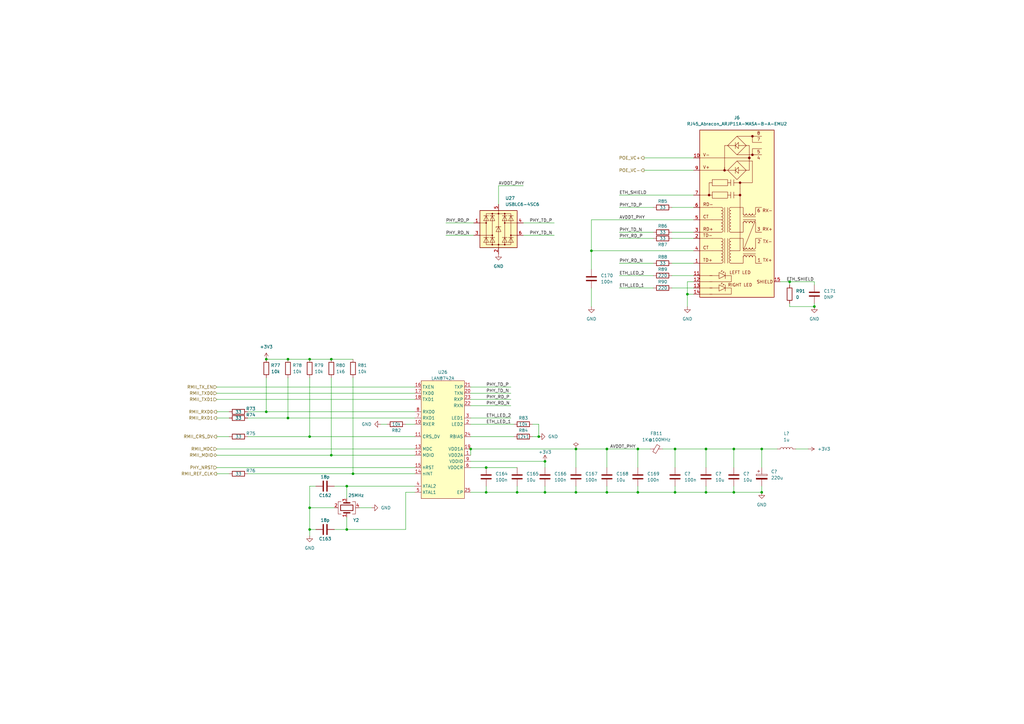
<source format=kicad_sch>
(kicad_sch (version 20211123) (generator eeschema)
  (paper "A3")
  (title_block (title "Kirdy") (date "2022-07-03") (rev "r0.1") (company "M-Labs") (comment 1 "Alex Wong Tat Hang"))
  (lib_symbols
    (symbol "Connector:RJ45_Abracon_ARJP11A-MASA-B-A-EMU2" (pin_names (offset 1.016) hide)
      (property "Reference" "J" (at 0 -38.1 0))
      (property "Value" "RJ45_Abracon_ARJP11A-MASA-B-A-EMU2" (at 0 -35.56 0))
      (symbol "RJ45_Abracon_ARJP11A-MASA-B-A-EMU2_0_0"
        (rectangle (start -15.24 -34.29) (end 15.24 34.29) (stroke (width 0.254)) (fill (type background)))
        (rectangle (start -3.81 8.89) (end -10.16 6.35))
        (polyline (pts (xy -15.24 -33.02) (xy -10.16 -33.02)))
        (polyline (pts (xy -15.24 -30.48) (xy -10.16 -30.48)))
        (polyline (pts (xy -15.24 -27.94) (xy -10.16 -27.94)))
        (polyline (pts (xy -15.24 -25.4) (xy -10.16 -25.4)))
        (polyline (pts (xy -15.24 -20.32) (xy -10.16 -20.32)))
        (polyline (pts (xy -15.24 -15.24) (xy -10.16 -15.24)))
        (polyline (pts (xy -15.24 -10.16) (xy -10.16 -10.16)))
        (polyline (pts (xy -15.24 -7.62) (xy -10.16 -7.62)))
        (polyline (pts (xy -15.24 -2.54) (xy -10.16 -2.54)))
        (polyline (pts (xy -15.24 2.54) (xy -10.16 2.54)))
        (polyline (pts (xy -15.24 22.86) (xy 5.08 22.86)))
        (polyline (pts (xy -11.43 7.62) (xy -15.24 7.62)))
        (polyline (pts (xy -11.176 -25.4) (xy -7.366 -25.4)))
        (polyline (pts (xy -10.16 7.62) (xy -11.43 7.62)))
        (polyline (pts (xy -5.08 17.78) (xy -15.24 17.78)))
        (polyline (pts (xy -5.08 17.78) (xy -3.81 17.78)))
        (polyline (pts (xy -5.08 19.05) (xy -5.08 17.78)))
        (polyline (pts (xy -3.81 7.62) (xy -2.54 7.62)))
        (polyline (pts (xy -3.81 12.7) (xy -2.54 12.7)))
        (polyline (pts (xy -2.54 8.89) (xy -2.54 6.35)))
        (polyline (pts (xy -1.27 8.89) (xy -1.27 6.35)))
        (polyline (pts (xy -1.27 13.97) (xy -1.27 11.43)))
        (polyline (pts (xy 0 21.59) (xy 6.35 21.59)))
        (polyline (pts (xy 0 24.13) (xy 10.16 24.13)))
        (polyline (pts (xy 0 31.75) (xy 10.16 31.75)))
        (polyline (pts (xy 1.27 10.16) (xy 1.27 12.7)))
        (polyline (pts (xy -10.16 12.7) (xy -11.43 12.7) (xy -11.43 7.62)))
        (polyline (pts (xy -3.81 27.94) (xy -5.08 27.94) (xy -5.08 17.78)))
        (polyline (pts (xy -1.27 12.7) (xy 0 12.7) (xy 1.27 12.7)))
        (polyline (pts (xy 1.27 12.7) (xy 6.35 12.7) (xy 6.35 21.59)))
        (polyline (pts (xy 6.35 24.13) (xy 6.35 26.67) (xy 10.16 26.67)))
        (polyline (pts (xy 6.35 31.75) (xy 6.35 29.21) (xy 10.16 29.21)))
        (polyline (pts (xy -4.826 -25.4) (xy -2.286 -25.4) (xy -2.286 -27.94) (xy -11.176 -27.94)))
        (polyline (pts (xy -2.54 -15.24) (xy -1.27 -15.24) (xy 1.27 -15.24) (xy 1.27 10.16)))
        (polyline (pts (xy 3.81 17.78) (xy 5.08 17.78) (xy 5.08 27.94) (xy 3.81 27.94)))
        (polyline (pts (xy -3.81 17.78) (xy 0 13.97) (xy 3.81 17.78) (xy 0 21.59) (xy -3.81 17.78)))
        (circle (center 1.27 7.62) (radius 0.0001) (stroke (width 0.508)))
        (text "1 TX+" (at 11.43 -19.05 0) (effects (font (size 1.27 1.27))))
        (text "2 TX-" (at 11.43 -11.43 0) (effects (font (size 1.27 1.27))))
        (text "3 RX+" (at 11.43 -6.35 0) (effects (font (size 1.27 1.27))))
        (text "4" (at 8.89 22.86 0) (effects (font (size 1.27 1.27))))
        (text "5" (at 8.89 25.4 0) (effects (font (size 1.27 1.27))))
        (text "6 RX-" (at 11.43 1.27 0) (effects (font (size 1.27 1.27))))
        (text "7" (at 8.89 30.48 0) (effects (font (size 1.27 1.27))))
        (text "8" (at 8.89 33.02 0) (effects (font (size 1.27 1.27))))
        (text "CT" (at -13.97 -1.27 0) (effects (font (size 1.27 1.27)) (justify left)))
        (text "LEFT LED" (at 1.27 -24.13 0) (effects (font (size 1.27 1.27))))
        (text "RD-" (at -13.97 3.81 0) (effects (font (size 1.27 1.27)) (justify left)))
        (text "SHIELD" (at 11.43 -27.94 0) (effects (font (size 1.27 1.27))))
        (text "V+" (at -13.97 19.05 0) (effects (font (size 1.27 1.27)) (justify left)))
        (text "V-" (at -13.97 24.13 0) (effects (font (size 1.27 1.27)) (justify left)))
      )
      (symbol "RJ45_Abracon_ARJP11A-MASA-B-A-EMU2_0_1"
        (arc (start -6.35 -16.51) (mid -5.715 -15.875) (end -6.35 -15.24))
        (arc (start -6.35 -15.24) (mid -5.715 -14.605) (end -6.35 -13.97))
        (arc (start -6.35 -13.97) (mid -6.35 -16.51) (end -6.35 -13.97))
        (arc (start -6.35 -11.43) (mid -5.715 -10.795) (end -6.35 -10.16))
        (polyline (pts (xy -6.35 -20.32) (xy -10.16 -20.32)))
        (polyline (pts (xy -6.35 -15.24) (xy -10.16 -15.24)))
        (polyline (pts (xy -6.35 -10.16) (xy -10.16 -10.16)))
        (polyline (pts (xy -6.35 -7.62) (xy -10.16 -7.62)))
        (polyline (pts (xy -6.35 -2.54) (xy -10.16 -2.54)))
        (polyline (pts (xy -6.35 2.54) (xy -10.16 2.54)))
        (polyline (pts (xy -6.096 -28.448) (xy -6.35 -28.448)))
        (polyline (pts (xy -5.334 -28.956) (xy -5.588 -28.956)))
        (polyline (pts (xy -4.826 -24.13) (xy -4.826 -26.67)))
        (polyline (pts (xy -1.27 7.62) (xy 1.27 7.62)))
        (polyline (pts (xy -0.635 17.78) (xy -3.81 17.78)))
        (polyline (pts (xy -0.635 19.05) (xy -0.635 16.51)))
        (polyline (pts (xy 0.635 17.78) (xy 3.81 17.78)))
        (polyline (pts (xy -6.604 -28.956) (xy -6.096 -28.448) (xy -6.096 -28.702)))
        (polyline (pts (xy -5.842 -29.464) (xy -5.334 -28.956) (xy -5.334 -29.21)))
        (polyline (pts (xy -7.366 -24.13) (xy -7.366 -26.67) (xy -4.826 -25.4) (xy -7.366 -24.13)))
        (polyline (pts (xy 0.635 19.05) (xy 0.635 16.51) (xy -0.635 17.78) (xy 0.635 19.05)))
      )
      (symbol "RJ45_Abracon_ARJP11A-MASA-B-A-EMU2_1_1"
        (circle (center -11.43 7.62) (radius 0.0001) (stroke (width 0.508)))
        (arc (start -6.35 -20.32) (mid -5.715 -19.685) (end -6.35 -19.05))
        (arc (start -6.35 -19.05) (mid -5.715 -18.415) (end -6.35 -17.78))
        (arc (start -6.35 -17.78) (mid -6.35 -20.32) (end -6.35 -17.78))
        (arc (start -6.35 -17.78) (mid -5.715 -17.145) (end -6.35 -16.51))
        (arc (start -6.35 -13.97) (mid -5.715 -13.335) (end -6.35 -12.7))
        (arc (start -6.35 -12.7) (mid -5.715 -12.065) (end -6.35 -11.43))
        (arc (start -6.35 -7.62) (mid -5.715 -6.985) (end -6.35 -6.35))
        (arc (start -6.35 -6.35) (mid -5.715 -5.715) (end -6.35 -5.08))
        (arc (start -6.35 -5.08) (mid -6.35 -7.62) (end -6.35 -5.08))
        (arc (start -6.35 -5.08) (mid -5.715 -4.445) (end -6.35 -3.81))
        (arc (start -6.35 -3.81) (mid -6.35 -6.35) (end -6.35 -3.81))
        (arc (start -6.35 -3.81) (mid -5.715 -3.175) (end -6.35 -2.54))
        (arc (start -6.35 -2.54) (mid -5.715 -1.905) (end -6.35 -1.27))
        (arc (start -6.35 -1.27) (mid -5.715 -0.635) (end -6.35 0))
        (arc (start -6.35 0) (mid -5.715 0.635) (end -6.35 1.27))
        (arc (start -6.35 1.27) (mid -6.35 -1.27) (end -6.35 1.27))
        (arc (start -6.35 1.27) (mid -5.715 1.905) (end -6.35 2.54))
        (circle (center -5.08 17.78) (radius 0.0001) (stroke (width 0.508)))
        (rectangle (start -3.81 13.97) (end -10.16 11.43))
        (arc (start -2.54 -19.05) (mid -3.175 -19.685) (end -2.54 -20.32))
        (arc (start -2.54 -19.05) (mid -2.54 -16.51) (end -2.54 -19.05))
        (arc (start -2.54 -17.78) (mid -3.175 -18.415) (end -2.54 -19.05))
        (arc (start -2.54 -16.51) (mid -3.175 -17.145) (end -2.54 -17.78))
        (arc (start -2.54 -15.24) (mid -3.175 -15.875) (end -2.54 -16.51))
        (arc (start -2.54 -15.24) (mid -2.54 -12.7) (end -2.54 -15.24))
        (arc (start -2.54 -13.97) (mid -3.175 -14.605) (end -2.54 -15.24))
        (arc (start -2.54 -12.7) (mid -3.175 -13.335) (end -2.54 -13.97))
        (arc (start -2.54 -11.43) (mid -3.175 -12.065) (end -2.54 -12.7))
        (arc (start -2.54 -10.16) (mid -3.175 -10.795) (end -2.54 -11.43))
        (arc (start -2.54 -6.35) (mid -3.175 -6.985) (end -2.54 -7.62))
        (arc (start -2.54 -6.35) (mid -2.54 -3.81) (end -2.54 -6.35))
        (arc (start -2.54 -5.08) (mid -3.175 -5.715) (end -2.54 -6.35))
        (arc (start -2.54 -3.81) (mid -3.175 -4.445) (end -2.54 -5.08))
        (arc (start -2.54 -3.81) (mid -2.54 -1.27) (end -2.54 -3.81))
        (arc (start -2.54 -2.54) (mid -3.175 -3.175) (end -2.54 -3.81))
        (arc (start -2.54 -1.27) (mid -3.175 -1.905) (end -2.54 -2.54))
        (arc (start -2.54 0) (mid -3.175 -0.635) (end -2.54 -1.27))
        (arc (start -2.54 0) (mid -2.54 2.54) (end -2.54 0))
        (arc (start -2.54 1.27) (mid -3.175 0.635) (end -2.54 0))
        (arc (start -2.54 2.54) (mid -3.175 1.905) (end -2.54 1.27))
        (polyline (pts (xy -11.176 -30.48) (xy -7.366 -30.48)))
        (polyline (pts (xy -6.096 -23.368) (xy -6.35 -23.368)))
        (polyline (pts (xy -5.334 -23.876) (xy -5.588 -23.876)))
        (polyline (pts (xy -5.08 -10.16) (xy -5.08 -20.32)))
        (polyline (pts (xy -5.08 2.54) (xy -5.08 -7.62)))
        (polyline (pts (xy -4.826 -29.21) (xy -4.826 -31.75)))
        (polyline (pts (xy -3.81 -20.32) (xy -3.81 -10.16)))
        (polyline (pts (xy -3.81 -7.62) (xy -3.81 2.54)))
        (polyline (pts (xy -2.54 13.97) (xy -2.54 11.43)))
        (polyline (pts (xy -0.635 27.94) (xy -3.81 27.94)))
        (polyline (pts (xy -0.635 29.21) (xy -0.635 26.67)))
        (polyline (pts (xy 0.635 27.94) (xy 3.81 27.94)))
        (polyline (pts (xy 2.54 -16.51) (xy 7.62 -16.51)))
        (polyline (pts (xy 2.54 -15.24) (xy 7.62 -2.54)))
        (polyline (pts (xy 2.54 -2.54) (xy 7.62 -2.54)))
        (polyline (pts (xy 7.62 -15.24) (xy 2.54 -15.24)))
        (polyline (pts (xy 7.62 -1.27) (xy 2.54 -1.27)))
        (polyline (pts (xy -6.604 -23.876) (xy -6.096 -23.368) (xy -6.096 -23.622)))
        (polyline (pts (xy -5.842 -24.384) (xy -5.334 -23.876) (xy -5.334 -24.13)))
        (polyline (pts (xy -2.54 -10.16) (xy 2.54 -10.16) (xy 2.54 -13.97)))
        (polyline (pts (xy -2.54 -7.62) (xy 2.54 -7.62) (xy 2.54 -3.81)))
        (polyline (pts (xy -2.54 2.54) (xy 2.54 2.54) (xy 2.54 0)))
        (polyline (pts (xy 2.54 -17.78) (xy 2.54 -20.32) (xy -2.54 -20.32)))
        (polyline (pts (xy 7.62 -17.78) (xy 7.62 -20.32) (xy 10.16 -20.32)))
        (polyline (pts (xy 7.62 -13.97) (xy 7.62 -10.16) (xy 10.16 -10.16)))
        (polyline (pts (xy 7.62 -3.81) (xy 7.62 -7.62) (xy 10.16 -7.62)))
        (polyline (pts (xy 7.62 0) (xy 7.62 2.54) (xy 10.16 2.54)))
        (polyline (pts (xy -7.366 -29.21) (xy -7.366 -31.75) (xy -4.826 -30.48) (xy -7.366 -29.21)))
        (polyline (pts (xy -4.826 -30.48) (xy -2.286 -30.48) (xy -2.286 -33.02) (xy -11.176 -33.02)))
        (polyline (pts (xy 0.635 29.21) (xy 0.635 26.67) (xy -0.635 27.94) (xy 0.635 29.21)))
        (polyline (pts (xy -3.81 27.94) (xy 0 24.13) (xy 3.81 27.94) (xy 0 31.75) (xy -3.81 27.94)))
        (circle (center 1.27 12.7) (radius 0.0001) (stroke (width 0.508)))
        (arc (start 2.54 -17.78) (mid 5.08 -17.78) (end 2.54 -17.78))
        (arc (start 2.54 -13.97) (mid 3.175 -14.605) (end 3.81 -13.97))
        (arc (start 2.54 -13.97) (mid 3.175 -14.605) (end 3.81 -13.97))
        (arc (start 2.54 -3.81) (mid 5.08 -3.81) (end 2.54 -3.81))
        (arc (start 2.54 0) (mid 3.175 -0.635) (end 3.81 0))
        (arc (start 2.54 0) (mid 3.175 -0.635) (end 3.81 0))
        (arc (start 3.81 -17.78) (mid 3.175 -17.145) (end 2.54 -17.78))
        (arc (start 3.81 -17.78) (mid 3.175 -17.145) (end 2.54 -17.78))
        (arc (start 3.81 -13.97) (mid 1.27 -13.97) (end 3.81 -13.97))
        (arc (start 3.81 -13.97) (mid 4.445 -14.605) (end 5.08 -13.97))
        (arc (start 3.81 -3.81) (mid 3.175 -3.175) (end 2.54 -3.81))
        (arc (start 3.81 -3.81) (mid 3.175 -3.175) (end 2.54 -3.81))
        (arc (start 3.81 0) (mid 1.27 0) (end 3.81 0))
        (arc (start 3.81 0) (mid 4.445 -0.635) (end 5.08 0))
        (arc (start 5.08 -17.78) (mid 4.445 -17.145) (end 3.81 -17.78))
        (arc (start 5.08 -17.78) (mid 7.62 -17.78) (end 5.08 -17.78))
        (arc (start 5.08 -13.97) (mid 5.715 -14.605) (end 6.35 -13.97))
        (arc (start 5.08 -13.97) (mid 5.715 -14.605) (end 6.35 -13.97))
        (arc (start 5.08 -3.81) (mid 4.445 -3.175) (end 3.81 -3.81))
        (arc (start 5.08 -3.81) (mid 7.62 -3.81) (end 5.08 -3.81))
        (arc (start 5.08 0) (mid 5.715 -0.635) (end 6.35 0))
        (arc (start 5.08 0) (mid 5.715 -0.635) (end 6.35 0))
        (circle (center 5.08 22.86) (radius 0.0001) (stroke (width 0.508)))
        (circle (center 5.08 22.86) (radius 0.0001) (stroke (width 0.508)))
        (arc (start 6.35 -17.78) (mid 5.715 -17.145) (end 5.08 -17.78))
        (arc (start 6.35 -17.78) (mid 5.715 -17.145) (end 5.08 -17.78))
        (arc (start 6.35 -13.97) (mid 3.81 -13.97) (end 6.35 -13.97))
        (arc (start 6.35 -13.97) (mid 6.985 -14.605) (end 7.62 -13.97))
        (arc (start 6.35 -3.81) (mid 5.715 -3.175) (end 5.08 -3.81))
        (arc (start 6.35 -3.81) (mid 5.715 -3.175) (end 5.08 -3.81))
        (arc (start 6.35 0) (mid 3.81 0) (end 6.35 0))
        (arc (start 6.35 0) (mid 6.985 -0.635) (end 7.62 0))
        (circle (center 6.35 24.13) (radius 0.0001) (stroke (width 0.508)))
        (circle (center 6.35 31.75) (radius 0.0001) (stroke (width 0.508)))
        (arc (start 7.62 -17.78) (mid 6.985 -17.145) (end 6.35 -17.78))
        (arc (start 7.62 -3.81) (mid 6.985 -3.175) (end 6.35 -3.81))
        (text "CT" (at -13.97 -13.97 0) (effects (font (size 1.27 1.27)) (justify left)))
        (text "RD+" (at -13.97 -6.35 0) (effects (font (size 1.27 1.27)) (justify left)))
        (text "RIGHT LED" (at 1.27 -29.21 0) (effects (font (size 1.27 1.27))))
        (text "TD+" (at -13.97 -19.05 0) (effects (font (size 1.27 1.27)) (justify left)))
        (text "TD-" (at -13.97 -8.89 0) (effects (font (size 1.27 1.27)) (justify left)))
        (pin passive line (at -17.78 -20.32 0) (length 2.54) (name "TD+") (number "1"))
        (pin power_out line (at -17.78 22.86 0) (length 2.54) (name "V-") (number "10"))
        (pin passive line (at -17.78 -25.4 0) (length 2.54) (name "LLED+") (number "11"))
        (pin passive line (at -17.78 -27.94 0) (length 2.54) (name "LLED-") (number "12"))
        (pin passive line (at -17.78 -30.48 0) (length 2.54) (name "RLED+") (number "13"))
        (pin passive line (at -17.78 -33.02 0) (length 2.54) (name "RLED-") (number "14"))
        (pin passive line (at 17.78 -27.94 180) (length 2.54) (name "SHIELD") (number "15"))
        (pin passive line (at -17.78 -10.16 0) (length 2.54) (name "TD-") (number "2"))
        (pin passive line (at -17.78 -7.62 0) (length 2.54) (name "RD+") (number "3"))
        (pin passive line (at -17.78 -15.24 0) (length 2.54) (name "CT") (number "4"))
        (pin passive line (at -17.78 -2.54 0) (length 2.54) (name "CT") (number "5"))
        (pin passive line (at -17.78 2.54 0) (length 2.54) (name "RD-") (number "6"))
        (pin passive line (at -17.78 7.62 0) (length 2.54) (name "7") (number "7"))
        (pin power_out line (at -17.78 17.78 0) (length 2.54) (name "V+") (number "9"))
      )
    )
    (symbol "Device:C" (pin_numbers hide) (pin_names (offset 0.254))
      (property "Reference" "C" (at 0.635 2.54 0))
      (property "Value" "C" (at 0.635 -2.54 0))
      (symbol "C_0_1"
        (polyline (pts (xy -2.032 -0.762) (xy 2.032 -0.762)) (stroke (width 0.508)))
        (polyline (pts (xy -2.032 0.762) (xy 2.032 0.762)) (stroke (width 0.508)))
      )
      (symbol "C_1_1"
        (pin passive line (at 0 3.81 270) (length 2.794) (name "~") (number "1"))
        (pin passive line (at 0 -3.81 90) (length 2.794) (name "~") (number "2"))
      )
    )
    (symbol "Device:C_Polarized" (pin_numbers hide) (pin_names (offset 0.254))
      (property "Reference" "C" (at 0.635 2.54 0))
      (property "Value" "C_Polarized" (at 0.635 -2.54 0))
      (symbol "C_Polarized_0_1"
        (rectangle (start -2.286 0.508) (end 2.286 1.016))
        (polyline (pts (xy -1.778 2.286) (xy -0.762 2.286)))
        (polyline (pts (xy -1.27 2.794) (xy -1.27 1.778)))
        (rectangle (start 2.286 -0.508) (end -2.286 -1.016) (fill (type outline)))
      )
      (symbol "C_Polarized_1_1"
        (pin passive line (at 0 3.81 270) (length 2.794) (name "~") (number "1"))
        (pin passive line (at 0 -3.81 90) (length 2.794) (name "~") (number "2"))
      )
    )
    (symbol "Device:Crystal_GND24" (pin_names (offset 1.016) hide)
      (property "Reference" "Y" (at 3.175 5.08 0))
      (property "Value" "Crystal_GND24" (at 3.175 3.175 0))
      (symbol "Crystal_GND24_0_1"
        (rectangle (start -1.143 2.54) (end 1.143 -2.54) (stroke (width 0.3048)))
        (polyline (pts (xy -2.54 0) (xy -2.032 0)))
        (polyline (pts (xy -2.032 -1.27) (xy -2.032 1.27)) (stroke (width 0.508)))
        (polyline (pts (xy 0 -3.81) (xy 0 -3.556)))
        (polyline (pts (xy 0 3.556) (xy 0 3.81)))
        (polyline (pts (xy 2.032 -1.27) (xy 2.032 1.27)) (stroke (width 0.508)))
        (polyline (pts (xy 2.032 0) (xy 2.54 0)))
        (polyline (pts (xy -2.54 -2.286) (xy -2.54 -3.556) (xy 2.54 -3.556) (xy 2.54 -2.286)))
        (polyline (pts (xy -2.54 2.286) (xy -2.54 3.556) (xy 2.54 3.556) (xy 2.54 2.286)))
      )
      (symbol "Crystal_GND24_1_1"
        (pin passive line (at -3.81 0 0) (length 1.27) (name "1") (number "1"))
        (pin passive line (at 0 5.08 270) (length 1.27) (name "2") (number "2"))
        (pin passive line (at 3.81 0 180) (length 1.27) (name "3") (number "3"))
        (pin passive line (at 0 -5.08 90) (length 1.27) (name "4") (number "4"))
      )
    )
    (symbol "Device:FerriteBead_Small" (pin_numbers hide) (pin_names (offset 0))
      (property "Reference" "FB" (at 1.905 1.27 0))
      (property "Value" "FerriteBead_Small" (at 1.905 -1.27 0))
      (symbol "FerriteBead_Small_0_1"
        (polyline (pts (xy 0 -1.27) (xy 0 -0.7874)))
        (polyline (pts (xy 0 0.889) (xy 0 1.2954)))
        (polyline (pts (xy -1.8288 0.2794) (xy -1.1176 1.4986) (xy 1.8288 -0.2032) (xy 1.1176 -1.4224) (xy -1.8288 0.2794)))
      )
      (symbol "FerriteBead_Small_1_1"
        (pin passive line (at 0 2.54 270) (length 1.27) (name "~") (number "1"))
        (pin passive line (at 0 -2.54 90) (length 1.27) (name "~") (number "2"))
      )
    )
    (symbol "Device:L" (pin_numbers hide) (pin_names (offset 1.016) hide)
      (property "Reference" "L" (at -1.27 0 90))
      (property "Value" "L" (at 1.905 0 90))
      (symbol "L_0_1"
        (arc (start 0 -2.54) (mid 0.635 -1.905) (end 0 -1.27))
        (arc (start 0 -1.27) (mid 0.635 -0.635) (end 0 0))
        (arc (start 0 0) (mid 0.635 0.635) (end 0 1.27))
        (arc (start 0 1.27) (mid 0.635 1.905) (end 0 2.54))
      )
      (symbol "L_1_1"
        (pin passive line (at 0 3.81 270) (length 1.27) (name "1") (number "1"))
        (pin passive line (at 0 -3.81 90) (length 1.27) (name "2") (number "2"))
      )
    )
    (symbol "Device:R" (pin_numbers hide) (pin_names (offset 0))
      (property "Reference" "R" (at 2.032 0 90))
      (property "Value" "R" (at 0 0 90))
      (symbol "R_0_1"
        (rectangle (start -1.016 -2.54) (end 1.016 2.54) (stroke (width 0.254)))
      )
      (symbol "R_1_1"
        (pin passive line (at 0 3.81 270) (length 1.27) (name "~") (number "1"))
        (pin passive line (at 0 -3.81 90) (length 1.27) (name "~") (number "2"))
      )
    )
    (symbol "Power_Protection:USBLC6-4SC6" (pin_names hide)
      (property "Reference" "U" (at 2.54 8.89 0))
      (property "Value" "USBLC6-4SC6" (at 2.54 -8.89 0))
      (symbol "USBLC6-4SC6_0_1"
        (rectangle (start -7.62 -7.62) (end 7.62 7.62) (stroke (width 0.254)) (fill (type background)))
        (circle (center -5.08 2.54) (radius 0.254) (fill (type outline)))
        (circle (center -2.54 -6.35) (radius 0.254) (fill (type outline)))
        (circle (center -2.54 -2.54) (radius 0.254) (fill (type outline)))
        (circle (center -2.54 6.35) (radius 0.254) (fill (type outline)))
        (rectangle (start -2.54 6.35) (end 2.54 -6.35))
        (circle (center 0 -6.35) (radius 0.254) (fill (type outline)))
        (polyline (pts (xy -5.08 2.54) (xy -7.62 2.54)))
        (polyline (pts (xy -4.064 -3.429) (xy -6.096 -3.429)))
        (polyline (pts (xy -4.064 5.461) (xy -6.096 5.461)))
        (polyline (pts (xy -2.54 -2.54) (xy -7.62 -2.54)))
        (polyline (pts (xy -1.524 -3.429) (xy -3.556 -3.429)))
        (polyline (pts (xy -1.524 5.461) (xy -3.556 5.461)))
        (polyline (pts (xy 0 -7.62) (xy 0 -6.35)))
        (polyline (pts (xy 0 -6.35) (xy 0 1.27)))
        (polyline (pts (xy 0 1.27) (xy 0 6.35)))
        (polyline (pts (xy 0 6.35) (xy 0 7.62)))
        (polyline (pts (xy 1.524 -3.429) (xy 3.556 -3.429)))
        (polyline (pts (xy 1.524 5.461) (xy 3.556 5.461)))
        (polyline (pts (xy 2.54 2.54) (xy 7.62 2.54)))
        (polyline (pts (xy 4.064 -3.429) (xy 6.096 -3.429)))
        (polyline (pts (xy 4.064 5.461) (xy 6.096 5.461)))
        (polyline (pts (xy 5.08 -2.54) (xy 7.62 -2.54)))
        (polyline (pts (xy -6.096 -5.461) (xy -4.064 -5.461) (xy -5.08 -3.429) (xy -6.096 -5.461)))
        (polyline (pts (xy -6.096 3.429) (xy -4.064 3.429) (xy -5.08 5.461) (xy -6.096 3.429)))
        (polyline (pts (xy -3.556 -5.461) (xy -1.524 -5.461) (xy -2.54 -3.429) (xy -3.556 -5.461)))
        (polyline (pts (xy -3.556 3.429) (xy -1.524 3.429) (xy -2.54 5.461) (xy -3.556 3.429)))
        (polyline (pts (xy -2.54 6.35) (xy -5.08 6.35) (xy -5.08 -6.35) (xy -2.54 -6.35)))
        (polyline (pts (xy -1.016 -1.016) (xy 1.016 -1.016) (xy 0 1.016) (xy -1.016 -1.016)))
        (polyline (pts (xy 1.016 1.016) (xy 0.762 1.016) (xy -1.016 1.016) (xy -1.016 0.508)))
        (polyline (pts (xy 2.54 6.35) (xy 5.08 6.35) (xy 5.08 -6.35) (xy 2.54 -6.35)))
        (polyline (pts (xy 3.556 -5.461) (xy 1.524 -5.461) (xy 2.54 -3.429) (xy 3.556 -5.461)))
        (polyline (pts (xy 3.556 3.429) (xy 1.524 3.429) (xy 2.54 5.461) (xy 3.556 3.429)))
        (polyline (pts (xy 6.096 -5.461) (xy 4.064 -5.461) (xy 5.08 -3.429) (xy 6.096 -5.461)))
        (polyline (pts (xy 6.096 3.429) (xy 4.064 3.429) (xy 5.08 5.461) (xy 6.096 3.429)))
        (circle (center 0 6.35) (radius 0.254) (fill (type outline)))
        (circle (center 2.54 -6.35) (radius 0.254) (fill (type outline)))
        (circle (center 2.54 2.54) (radius 0.254) (fill (type outline)))
        (circle (center 2.54 6.35) (radius 0.254) (fill (type outline)))
        (circle (center 5.08 -2.54) (radius 0.254) (fill (type outline)))
      )
      (symbol "USBLC6-4SC6_1_1"
        (pin passive line (at -10.16 2.54 0) (length 2.54) (name "I/O1") (number "1"))
        (pin passive line (at 0 -10.16 90) (length 2.54) (name "GND") (number "2"))
        (pin passive line (at -10.16 -2.54 0) (length 2.54) (name "I/O2") (number "3"))
        (pin passive line (at 10.16 2.54 180) (length 2.54) (name "I/O3") (number "4"))
        (pin passive line (at 0 10.16 270) (length 2.54) (name "VBUS") (number "5"))
        (pin passive line (at 10.16 -2.54 180) (length 2.54) (name "I/O4") (number "6"))
      )
    )
    (symbol "kirdy:LAN8742A"
      (property "Reference" "U" (at 0 -30.48 0))
      (property "Value" "LAN8742A" (at 0 -27.94 0))
      (symbol "LAN8742A_0_0"
        (pin power_in line (at 10.16 -7.62 180) (length 2.54) (name "VDD2A") (number "1"))
        (pin bidirectional line (at -12.7 5.08 0) (length 2.54) (name "RXER") (number "10"))
        (pin output line (at -12.7 0 0) (length 2.54) (name "CRS_DV") (number "11"))
        (pin bidirectional line (at -12.7 -7.62 0) (length 2.54) (name "MDIO") (number "12"))
        (pin input line (at -12.7 -5.08 0) (length 2.54) (name "MDC") (number "13"))
        (pin output line (at -12.7 -15.24 0) (length 2.54) (name "nINT") (number "14"))
        (pin input line (at -12.7 -12.7 0) (length 2.54) (name "nRST") (number "15"))
        (pin input line (at -12.7 20.32 0) (length 2.54) (name "TXEN") (number "16"))
        (pin input line (at -12.7 17.78 0) (length 2.54) (name "TXD0") (number "17"))
        (pin input line (at -12.7 15.24 0) (length 2.54) (name "TXD1") (number "18"))
        (pin power_in line (at 10.16 -5.08 180) (length 2.54) (name "VDD1A") (number "19"))
        (pin output line (at 10.16 5.08 180) (length 2.54) (name "LED2") (number "2"))
        (pin bidirectional line (at 10.16 17.78 180) (length 2.54) (name "TXN") (number "20"))
        (pin bidirectional line (at 10.16 20.32 180) (length 2.54) (name "TXP") (number "21"))
        (pin bidirectional line (at 10.16 12.7 180) (length 2.54) (name "RXN") (number "22"))
        (pin bidirectional line (at 10.16 15.24 180) (length 2.54) (name "RXP") (number "23"))
        (pin passive line (at 10.16 0 180) (length 2.54) (name "RBIAS") (number "24"))
        (pin power_in line (at 10.16 -22.86 180) (length 2.54) (name "EP") (number "25"))
        (pin output line (at 10.16 7.62 180) (length 2.54) (name "LED1") (number "3"))
        (pin input line (at -12.7 -20.32 0) (length 2.54) (name "XTAL2") (number "4"))
        (pin input line (at -12.7 -22.86 0) (length 2.54) (name "XTAL1") (number "5"))
        (pin passive line (at 10.16 -12.7 180) (length 2.54) (name "VDDCR") (number "6"))
        (pin output line (at -12.7 7.62 0) (length 2.54) (name "RXD1") (number "7"))
        (pin output line (at -12.7 10.16 0) (length 2.54) (name "RXD0") (number "8"))
        (pin power_in line (at 10.16 -10.16 180) (length 2.54) (name "VDDIO") (number "9"))
      )
      (symbol "LAN8742A_0_1"
        (rectangle (start -10.16 22.86) (end 7.62 -25.4) (fill (type background)))
      )
    )
    (symbol "power:+3V3" (power) (pin_names (offset 0))
      (property "Value" "+3V3" (at 0 3.556 0))
      (symbol "+3V3_0_1"
        (polyline (pts (xy -0.762 1.27) (xy 0 2.54)))
        (polyline (pts (xy 0 0) (xy 0 2.54)))
        (polyline (pts (xy 0 2.54) (xy 0.762 1.27)))
      )
      (symbol "+3V3_1_1"
        (pin power_in line (at 0 0 90) (length 0) hide (name "+3V3") (number "1"))
      )
    )
    (symbol "power:GND" (power) (pin_names (offset 0))
      (property "Value" "GND" (at 0 -3.81 0))
      (symbol "GND_0_1"
        (polyline (pts (xy 0 0) (xy 0 -1.27) (xy 1.27 -1.27) (xy 0 -2.54) (xy -1.27 -1.27) (xy 0 -1.27)))
      )
      (symbol "GND_1_1"
        (pin power_in line (at 0 0 270) (length 0) hide (name "GND") (number "1"))
      )
    )
    (symbol "power:PWR_FLAG" (power) (pin_numbers hide) (pin_names (offset 0) hide)
      (property "Value" "PWR_FLAG" (at 0 3.81 0))
      (symbol "PWR_FLAG_0_0"
        (pin power_out line (at 0 0 90) (length 0) (name "pwr") (number "1"))
      )
      (symbol "PWR_FLAG_0_1"
        (polyline (pts (xy 0 0) (xy 0 1.27) (xy -1.016 1.905) (xy 0 2.54) (xy 1.016 1.905) (xy 0 1.27)))
      )
    )
  )
  (junction (at 312.42 184.15))
  (junction (at 223.52 201.93))
  (junction (at 127 217.17))
  (junction (at 334.01 125.73))
  (junction (at 109.22 168.91))
  (junction (at 281.94 120.65))
  (junction (at 300.99 201.93))
  (junction (at 135.89 147.32))
  (junction (at 300.99 184.15))
  (junction (at 236.22 184.15))
  (junction (at 135.89 186.69))
  (junction (at 212.09 201.93))
  (junction (at 248.92 184.15))
  (junction (at 127 147.32))
  (junction (at 109.22 147.32))
  (junction (at 289.56 184.15))
  (junction (at 118.11 171.45))
  (junction (at 144.78 194.31))
  (junction (at 242.57 102.87))
  (junction (at 323.85 115.57))
  (junction (at 312.42 201.93))
  (junction (at 220.98 179.07))
  (junction (at 236.22 201.93))
  (junction (at 276.86 201.93))
  (junction (at 199.39 201.93))
  (junction (at 127 208.28))
  (junction (at 261.62 201.93))
  (junction (at 142.24 217.17))
  (junction (at 199.39 191.77))
  (junction (at 276.86 184.15))
  (junction (at 127 179.07))
  (junction (at 261.62 184.15))
  (junction (at 248.92 201.93))
  (junction (at 223.52 189.23))
  (junction (at 118.11 147.32))
  (junction (at 142.24 199.39))
  (junction (at 193.04 184.15))
  (junction (at 289.56 201.93))
  (wire (pts (xy 127 147.32) (xy 135.89 147.32)))
  (wire (pts (xy 289.56 184.15) (xy 300.99 184.15)))
  (wire (pts (xy 276.86 184.15) (xy 289.56 184.15)))
  (wire (pts (xy 88.9 186.69) (xy 135.89 186.69)))
  (wire (pts (xy 212.09 199.39) (xy 212.09 201.93)))
  (wire (pts (xy 254 95.25) (xy 267.97 95.25)))
  (wire (pts (xy 275.59 95.25) (xy 284.48 95.25)))
  (wire (pts (xy 323.85 115.57) (xy 323.85 116.84)))
  (wire (pts (xy 236.22 199.39) (xy 236.22 201.93)))
  (wire (pts (xy 193.04 179.07) (xy 210.82 179.07)))
  (wire (pts (xy 220.98 173.99) (xy 220.98 179.07)))
  (wire (pts (xy 193.04 166.37) (xy 209.55 166.37)))
  (wire (pts (xy 88.9 168.91) (xy 93.98 168.91)))
  (wire (pts (xy 236.22 201.93) (xy 248.92 201.93)))
  (wire (pts (xy 320.04 115.57) (xy 323.85 115.57)))
  (wire (pts (xy 109.22 154.94) (xy 109.22 168.91)))
  (wire (pts (xy 88.9 171.45) (xy 93.98 171.45)))
  (wire (pts (xy 182.88 96.52) (xy 194.31 96.52)))
  (wire (pts (xy 242.57 102.87) (xy 284.48 102.87)))
  (wire (pts (xy 127 154.94) (xy 127 179.07)))
  (wire (pts (xy 300.99 199.39) (xy 300.99 201.93)))
  (wire (pts (xy 281.94 115.57) (xy 281.94 120.65)))
  (wire (pts (xy 326.39 184.15) (xy 331.47 184.15)))
  (wire (pts (xy 289.56 201.93) (xy 276.86 201.93)))
  (wire (pts (xy 254 118.11) (xy 267.97 118.11)))
  (wire (pts (xy 127 208.28) (xy 137.16 208.28)))
  (wire (pts (xy 166.37 201.93) (xy 170.18 201.93)))
  (wire (pts (xy 242.57 125.73) (xy 242.57 118.11)))
  (wire (pts (xy 137.16 217.17) (xy 142.24 217.17)))
  (wire (pts (xy 312.42 199.39) (xy 312.42 201.93)))
  (wire (pts (xy 127 208.28) (xy 127 199.39)))
  (wire (pts (xy 323.85 125.73) (xy 334.01 125.73)))
  (wire (pts (xy 312.42 184.15) (xy 312.42 191.77)))
  (wire (pts (xy 182.88 91.44) (xy 194.31 91.44)))
  (wire (pts (xy 199.39 191.77) (xy 212.09 191.77)))
  (wire (pts (xy 142.24 199.39) (xy 170.18 199.39)))
  (wire (pts (xy 275.59 113.03) (xy 284.48 113.03)))
  (wire (pts (xy 144.78 194.31) (xy 170.18 194.31)))
  (wire (pts (xy 193.04 184.15) (xy 193.04 186.69)))
  (wire (pts (xy 147.32 208.28) (xy 152.4 208.28)))
  (wire (pts (xy 261.62 184.15) (xy 261.62 191.77)))
  (wire (pts (xy 264.16 69.85) (xy 284.48 69.85)))
  (wire (pts (xy 199.39 201.93) (xy 212.09 201.93)))
  (wire (pts (xy 289.56 199.39) (xy 289.56 201.93)))
  (wire (pts (xy 223.52 201.93) (xy 236.22 201.93)))
  (wire (pts (xy 118.11 171.45) (xy 170.18 171.45)))
  (wire (pts (xy 248.92 199.39) (xy 248.92 201.93)))
  (wire (pts (xy 88.9 194.31) (xy 93.98 194.31)))
  (wire (pts (xy 101.6 179.07) (xy 127 179.07)))
  (wire (pts (xy 218.44 179.07) (xy 220.98 179.07)))
  (wire (pts (xy 127 219.71) (xy 127 217.17)))
  (wire (pts (xy 261.62 201.93) (xy 261.62 199.39)))
  (wire (pts (xy 254 113.03) (xy 267.97 113.03)))
  (wire (pts (xy 193.04 158.75) (xy 209.55 158.75)))
  (wire (pts (xy 261.62 184.15) (xy 266.7 184.15)))
  (wire (pts (xy 88.9 184.15) (xy 170.18 184.15)))
  (wire (pts (xy 223.52 199.39) (xy 223.52 201.93)))
  (wire (pts (xy 248.92 184.15) (xy 261.62 184.15)))
  (wire (pts (xy 193.04 184.15) (xy 236.22 184.15)))
  (wire (pts (xy 242.57 102.87) (xy 242.57 110.49)))
  (wire (pts (xy 144.78 154.94) (xy 144.78 194.31)))
  (wire (pts (xy 88.9 179.07) (xy 93.98 179.07)))
  (wire (pts (xy 193.04 191.77) (xy 199.39 191.77)))
  (wire (pts (xy 88.9 191.77) (xy 170.18 191.77)))
  (wire (pts (xy 204.47 76.2) (xy 214.63 76.2)))
  (wire (pts (xy 276.86 184.15) (xy 276.86 191.77)))
  (wire (pts (xy 284.48 90.17) (xy 242.57 90.17)))
  (wire (pts (xy 88.9 158.75) (xy 170.18 158.75)))
  (wire (pts (xy 193.04 201.93) (xy 199.39 201.93)))
  (wire (pts (xy 166.37 173.99) (xy 170.18 173.99)))
  (wire (pts (xy 193.04 173.99) (xy 210.82 173.99)))
  (wire (pts (xy 127 217.17) (xy 129.54 217.17)))
  (wire (pts (xy 218.44 173.99) (xy 220.98 173.99)))
  (wire (pts (xy 289.56 184.15) (xy 289.56 191.77)))
  (wire (pts (xy 214.63 91.44) (xy 227.33 91.44)))
  (wire (pts (xy 275.59 85.09) (xy 284.48 85.09)))
  (wire (pts (xy 312.42 201.93) (xy 300.99 201.93)))
  (wire (pts (xy 118.11 147.32) (xy 127 147.32)))
  (wire (pts (xy 214.63 96.52) (xy 227.33 96.52)))
  (wire (pts (xy 127 199.39) (xy 129.54 199.39)))
  (wire (pts (xy 254 80.01) (xy 284.48 80.01)))
  (wire (pts (xy 281.94 125.73) (xy 281.94 120.65)))
  (wire (pts (xy 109.22 168.91) (xy 170.18 168.91)))
  (wire (pts (xy 142.24 217.17) (xy 166.37 217.17)))
  (wire (pts (xy 118.11 154.94) (xy 118.11 171.45)))
  (wire (pts (xy 300.99 201.93) (xy 289.56 201.93)))
  (wire (pts (xy 254 85.09) (xy 267.97 85.09)))
  (wire (pts (xy 276.86 199.39) (xy 276.86 201.93)))
  (wire (pts (xy 127 217.17) (xy 127 208.28)))
  (wire (pts (xy 275.59 118.11) (xy 284.48 118.11)))
  (wire (pts (xy 334.01 115.57) (xy 334.01 116.84)))
  (wire (pts (xy 193.04 189.23) (xy 223.52 189.23)))
  (wire (pts (xy 334.01 124.46) (xy 334.01 125.73)))
  (wire (pts (xy 135.89 186.69) (xy 170.18 186.69)))
  (wire (pts (xy 142.24 204.47) (xy 142.24 199.39)))
  (wire (pts (xy 127 179.07) (xy 170.18 179.07)))
  (wire (pts (xy 300.99 184.15) (xy 300.99 191.77)))
  (wire (pts (xy 236.22 184.15) (xy 236.22 191.77)))
  (wire (pts (xy 88.9 163.83) (xy 170.18 163.83)))
  (wire (pts (xy 276.86 201.93) (xy 261.62 201.93)))
  (wire (pts (xy 248.92 184.15) (xy 248.92 191.77)))
  (wire (pts (xy 135.89 147.32) (xy 144.78 147.32)))
  (wire (pts (xy 142.24 212.09) (xy 142.24 217.17)))
  (wire (pts (xy 275.59 97.79) (xy 284.48 97.79)))
  (wire (pts (xy 300.99 184.15) (xy 312.42 184.15)))
  (wire (pts (xy 166.37 217.17) (xy 166.37 201.93)))
  (wire (pts (xy 193.04 171.45) (xy 209.55 171.45)))
  (wire (pts (xy 271.78 184.15) (xy 276.86 184.15)))
  (wire (pts (xy 312.42 184.15) (xy 318.77 184.15)))
  (wire (pts (xy 101.6 168.91) (xy 109.22 168.91)))
  (wire (pts (xy 254 97.79) (xy 267.97 97.79)))
  (wire (pts (xy 101.6 171.45) (xy 118.11 171.45)))
  (wire (pts (xy 212.09 201.93) (xy 223.52 201.93)))
  (wire (pts (xy 193.04 161.29) (xy 209.55 161.29)))
  (wire (pts (xy 236.22 184.15) (xy 248.92 184.15)))
  (wire (pts (xy 281.94 120.65) (xy 284.48 120.65)))
  (wire (pts (xy 193.04 163.83) (xy 209.55 163.83)))
  (wire (pts (xy 275.59 107.95) (xy 284.48 107.95)))
  (wire (pts (xy 101.6 194.31) (xy 144.78 194.31)))
  (wire (pts (xy 137.16 199.39) (xy 142.24 199.39)))
  (wire (pts (xy 264.16 64.77) (xy 284.48 64.77)))
  (wire (pts (xy 204.47 76.2) (xy 204.47 83.82)))
  (wire (pts (xy 242.57 90.17) (xy 242.57 102.87)))
  (wire (pts (xy 248.92 201.93) (xy 261.62 201.93)))
  (wire (pts (xy 284.48 115.57) (xy 281.94 115.57)))
  (wire (pts (xy 323.85 115.57) (xy 334.01 115.57)))
  (wire (pts (xy 323.85 124.46) (xy 323.85 125.73)))
  (wire (pts (xy 109.22 147.32) (xy 118.11 147.32)))
  (wire (pts (xy 254 107.95) (xy 267.97 107.95)))
  (wire (pts (xy 135.89 154.94) (xy 135.89 186.69)))
  (wire (pts (xy 223.52 189.23) (xy 223.52 191.77)))
  (wire (pts (xy 199.39 199.39) (xy 199.39 201.93)))
  (wire (pts (xy 156.21 173.99) (xy 158.75 173.99)))
  (wire (pts (xy 88.9 161.29) (xy 170.18 161.29)))
  (label "PHY_TD_P" (at 199.39 158.75 0))
  (label "PHY_TD_P" (at 254 85.09 0))
  (label "PHY_RD_N" (at 254 107.95 0))
  (label "AVDDT_PHY" (at 204.47 76.2 0))
  (label "PHY_RD_P" (at 254 97.79 0))
  (label "ETH_SHIELD" (at 254 80.01 0))
  (label "ETH_LED_1" (at 254 118.11 0))
  (label "PHY_TD_N" (at 199.39 161.29 0))
  (label "PHY_RD_P" (at 199.39 163.83 0))
  (label "PHY_TD_N" (at 217.17 96.52 0))
  (label "PHY_TD_N" (at 254 95.25 0))
  (label "PHY_RD_N" (at 199.39 166.37 0))
  (label "ETH_LED_2" (at 199.39 171.45 0))
  (label "PHY_RD_P" (at 182.88 91.44 0))
  (label "AVDDT_PHY" (at 254 90.17 0))
  (label "AVDDT_PHY" (at 250.19 184.15 0))
  (label "ETH_LED_2" (at 254 113.03 0))
  (label "PHY_RD_N" (at 182.88 96.52 0))
  (label "ETH_LED_1" (at 199.39 173.99 0))
  (label "PHY_TD_P" (at 217.17 91.44 0))
  (label "ETH_SHIELD" (at 322.58 115.57 0))
  (hierarchical_label "RMII_MDC" (shape input) (at 88.9 184.15 180))
  (hierarchical_label "RMII_TXD1" (shape input) (at 88.9 163.83 180))
  (hierarchical_label "RMII_RXD1" (shape output) (at 88.9 171.45 180))
  (hierarchical_label "RMII_RXD0" (shape output) (at 88.9 168.91 180))
  (hierarchical_label "RMII_CRS_DV" (shape output) (at 88.9 179.07 180))
  (hierarchical_label "RMII_MDIO" (shape bidirectional) (at 88.9 186.69 180))
  (hierarchical_label "RMII_REF_CLK" (shape output) (at 88.9 194.31 180))
  (hierarchical_label "POE_VC-" (shape output) (at 264.16 69.85 180))
  (hierarchical_label "RMII_TX_EN" (shape input) (at 88.9 158.75 180))
  (hierarchical_label "PHY_NRST" (shape input) (at 88.9 191.77 180))
  (hierarchical_label "POE_VC+" (shape output) (at 264.16 64.77 180))
  (hierarchical_label "RMII_TXD0" (shape input) (at 88.9 161.29 180))
  (symbol (lib_id "Device:C") (at 199.39 195.58 0) (unit 1)
    (property "Reference" "C164" (at 203.2 194.3099 0) (effects (justify left)))
    (property "Value" "100n" (at 203.2 196.8499 0) (effects (justify left)))
    (property "Footprint" "Capacitor_SMD:C_0603_1608Metric" (effects hide))
    (property "MFR_PN" "CL10B104KB8NNWC" (effects hide))
    (property "MFR_PN_ALT" "CL10B104KB8NNNL" (effects hide))
  )
  (symbol (lib_id "Device:C") (at 212.09 195.58 0) (unit 1)
    (property "Reference" "C165" (at 215.9 194.3099 0) (effects (justify left)))
    (property "Value" "10u" (at 215.9 196.8499 0) (effects (justify left)))
    (property "Footprint" "Capacitor_SMD:C_0805_2012Metric" (effects hide))
    (property "MFR_PN" "CL21B106KOQNNNG" (effects hide))
    (property "MFR_PN_ALT" "CL21B106KOQNNNE" (effects hide))
  )
  (symbol (lib_id "Device:C") (at 236.22 195.58 0) (unit 1)
    (property "Reference" "C167" (at 240.03 194.3099 0) (effects (justify left)))
    (property "Value" "100n" (at 240.03 196.8499 0) (effects (justify left)))
    (property "Footprint" "Capacitor_SMD:C_0603_1608Metric" (effects hide))
    (property "MFR_PN" "CL10B104KB8NNWC" (effects hide))
    (property "MFR_PN_ALT" "CL10B104KB8NNNL" (effects hide))
  )
  (symbol (lib_id "power:GND") (at 127 219.71 0) (unit 1)
    (property "Reference" "#PWR0142" (effects hide))
    (property "Value" "GND" (at 127 224.79 0))
  )
  (symbol (lib_id "Device:R") (at 144.78 151.13 180) (unit 1)
    (property "Reference" "R81" (at 148.59 149.86 0))
    (property "Value" "10k" (at 148.59 152.4 0))
    (property "Footprint" "Resistor_SMD:R_0603_1608Metric" (effects hide))
    (property "MFR_PN" "RNCP0603FTD10K0" (effects hide))
    (property "MFR_PN_ALT" "RMCF0603FT10K0" (effects hide))
  )
  (symbol (lib_id "Device:R") (at 214.63 179.07 90) (unit 1)
    (property "Reference" "R84" (at 214.63 176.53 90))
    (property "Value" "12k1" (at 214.63 179.07 90))
    (property "Footprint" "Resistor_SMD:R_0603_1608Metric" (effects hide))
    (property "MFR_PN" "RNCP0603FTD12K1" (effects hide))
    (property "MFR_PN_ALT" "CR0603-FX-1212ELF" (effects hide))
  )
  (symbol (lib_id "Device:R") (at 271.78 118.11 90) (unit 1)
    (property "Reference" "R90" (at 271.78 115.57 90))
    (property "Value" "220" (at 271.78 118.11 90))
    (property "Footprint" "Resistor_SMD:R_0603_1608Metric" (effects hide))
    (property "MFR_PN" "WR06X2200FTL" (effects hide))
    (property "MFR_PN_ALT" "CRGCQ0603F220R" (effects hide))
  )
  (symbol (lib_id "Device:L") (at 322.58 184.15 90) (unit 1)
    (property "Reference" "L?" (at 322.58 177.8 90))
    (property "Value" "1u" (at 322.58 180.34 90))
    (property "Footprint" "Inductor_SMD:L_1008_2520Metric" (effects hide))
    (property "MFR_PN" "DFE252012F-1R0M=P2" (effects hide))
    (property "MFR_PN_ALT" "DFE252012P-1R0M=P2" (effects hide))
  )
  (symbol (lib_id "Device:R") (at 109.22 151.13 180) (unit 1)
    (property "Reference" "R77" (at 113.03 149.86 0))
    (property "Value" "10k" (at 113.03 152.4 0))
    (property "Footprint" "Resistor_SMD:R_0603_1608Metric" (effects hide))
    (property "MFR_PN" "RNCP0603FTD10K0" (effects hide))
    (property "MFR_PN_ALT" "RMCF0603FT10K0" (effects hide))
  )
  (symbol (lib_id "Device:R") (at 162.56 173.99 90) (unit 1)
    (property "Reference" "R82" (at 162.56 176.53 90))
    (property "Value" "10k" (at 162.56 173.99 90))
    (property "Footprint" "Resistor_SMD:R_0603_1608Metric" (effects hide))
    (property "MFR_PN" "RNCP0603FTD10K0" (effects hide))
    (property "MFR_PN_ALT" "RMCF0603FT10K0" (effects hide))
  )
  (symbol (lib_id "Device:R") (at 97.79 194.31 90) (unit 1)
    (property "Reference" "R76" (at 102.87 193.04 90))
    (property "Value" "33" (at 97.79 194.31 90))
    (property "Footprint" "Resistor_SMD:R_0603_1608Metric" (effects hide))
    (property "MFR_PN" "RC0603FR-0733RL" (effects hide))
    (property "MFR_PN_ALT" "CRGCQ0603F33R" (effects hide))
  )
  (symbol (lib_id "power:GND") (at 242.57 125.73 0) (unit 1)
    (property "Reference" "#PWR0149" (effects hide))
    (property "Value" "GND" (at 242.57 130.81 0))
  )
  (symbol (lib_id "power:+3V3") (at 109.22 147.32 0) (unit 1)
    (property "Reference" "#PWR0141" (effects hide))
    (property "Value" "+3V3" (at 109.22 142.24 0))
  )
  (symbol (lib_id "power:GND") (at 281.94 125.73 0) (unit 1)
    (property "Reference" "#PWR0150" (effects hide))
    (property "Value" "GND" (at 281.94 130.81 0))
  )
  (symbol (lib_id "Device:C") (at 334.01 120.65 0) (unit 1)
    (property "Reference" "C171" (at 337.82 119.3799 0) (effects (justify left)))
    (property "Value" "DNP" (at 337.82 121.9199 0) (effects (justify left)))
    (property "Footprint" "Capacitor_SMD:C_1206_3216Metric" (effects hide))
    (property "MFR_PN" "12067C472KAT2A" (effects hide))
    (property "MFR_PN_ALT" "1206B472K501NT" (effects hide))
  )
  (symbol (lib_id "power:GND") (at 156.21 173.99 270) (unit 1)
    (property "Reference" "#PWR0144" (effects hide))
    (property "Value" "GND" (at 152.4 173.9899 90) (effects (justify right)))
  )
  (symbol (lib_id "Device:R") (at 271.78 113.03 90) (unit 1)
    (property "Reference" "R89" (at 271.78 110.49 90))
    (property "Value" "220" (at 271.78 113.03 90))
    (property "Footprint" "Resistor_SMD:R_0603_1608Metric" (effects hide))
    (property "MFR_PN" "WR06X2200FTL" (effects hide))
    (property "MFR_PN_ALT" "CRGCQ0603F220R" (effects hide))
  )
  (symbol (lib_id "power:+3V3") (at 223.52 189.23 0) (unit 1)
    (property "Reference" "#PWR0161" (effects hide))
    (property "Value" "+3V3" (at 223.52 185.42 0))
  )
  (symbol (lib_id "Device:R") (at 271.78 85.09 90) (unit 1)
    (property "Reference" "R85" (at 271.78 82.55 90))
    (property "Value" "33" (at 271.78 85.09 90))
    (property "Footprint" "Resistor_SMD:R_0603_1608Metric" (effects hide))
    (property "MFR_PN" "RC0603FR-0733RL" (effects hide))
    (property "MFR_PN_ALT" "CRGCQ0603F33R" (effects hide))
  )
  (symbol (lib_id "Device:R") (at 271.78 97.79 90) (unit 1)
    (property "Reference" "R87" (at 271.78 100.33 90))
    (property "Value" "33" (at 271.78 97.79 90))
    (property "Footprint" "Resistor_SMD:R_0603_1608Metric" (effects hide))
    (property "MFR_PN" "RC0603FR-0733RL" (effects hide))
    (property "MFR_PN_ALT" "CRGCQ0603F33R" (effects hide))
  )
  (symbol (lib_id "power:+3V3") (at 331.47 184.15 270) (unit 1)
    (property "Reference" "#PWR0148" (effects hide))
    (property "Value" "+3V3" (at 335.28 184.1499 90) (effects (justify left)))
  )
  (symbol (lib_id "Device:R") (at 271.78 95.25 90) (unit 1)
    (property "Reference" "R86" (at 271.78 92.71 90))
    (property "Value" "33" (at 271.78 95.25 90))
    (property "Footprint" "Resistor_SMD:R_0603_1608Metric" (effects hide))
    (property "MFR_PN" "RC0603FR-0733RL" (effects hide))
    (property "MFR_PN_ALT" "CRGCQ0603F33R" (effects hide))
  )
  (symbol (lib_id "kirdy:LAN8742A") (at 182.88 179.07 0) (unit 1)
    (property "Reference" "U26" (at 181.61 152.6372 0))
    (property "Value" "LAN8742A" (at 181.61 155.1741 0))
    (property "Footprint" "Package_DFN_QFN:QFN-24-1EP_4x4mm_P0.5mm_EP2.6x2.6mm" (effects hide))
    (property "Datasheet" "https://ww1.microchip.com/downloads/en/DeviceDoc/8742a.pdf" (effects hide))
    (property "MFR_PN" "LAN8742A-CZ" (effects hide))
    (property "MFR_PN_ALT" "LAN8742AI-CZ" (effects hide))
  )
  (symbol (lib_id "Device:R") (at 323.85 120.65 0) (unit 1)
    (property "Reference" "R91" (at 326.39 119.3799 0) (effects (justify left)))
    (property "Value" "0" (at 326.39 121.9199 0) (effects (justify left)))
    (property "Footprint" "Resistor_SMD:R_0603_1608Metric" (effects hide))
    (property "MFR_PN" "RMCF0603ZT0R00" (effects hide))
    (property "MFR_PN_ALT" "CR0603-J/-000ELF" (effects hide))
  )
  (symbol (lib_id "Device:R") (at 97.79 171.45 90) (unit 1)
    (property "Reference" "R74" (at 102.87 170.18 90))
    (property "Value" "33" (at 97.79 171.45 90))
    (property "Footprint" "Resistor_SMD:R_0603_1608Metric" (effects hide))
    (property "MFR_PN" "RC0603FR-0733RL" (effects hide))
    (property "MFR_PN_ALT" "CRGCQ0603F33R" (effects hide))
  )
  (symbol (lib_id "power:PWR_FLAG") (at 236.22 184.15 0) (unit 1)
    (property "Reference" "#FLG0117" (effects hide))
    (property "Value" "PWR_FLAG" (effects hide))
  )
  (symbol (lib_id "Device:R") (at 97.79 168.91 90) (unit 1)
    (property "Reference" "R73" (at 102.87 167.64 90))
    (property "Value" "33" (at 97.79 168.91 90))
    (property "Footprint" "Resistor_SMD:R_0603_1608Metric" (effects hide))
    (property "MFR_PN" "RC0603FR-0733RL" (effects hide))
    (property "MFR_PN_ALT" "CRGCQ0603F33R" (effects hide))
  )
  (symbol (lib_id "power:GND") (at 220.98 179.07 90) (unit 1)
    (property "Reference" "#PWR0145" (effects hide))
    (property "Value" "GND" (at 224.79 179.0699 90) (effects (justify right)))
  )
  (symbol (lib_id "Device:Crystal_GND24") (at 142.24 208.28 90) (unit 1)
    (property "Reference" "Y2" (at 146.05 213.36 90))
    (property "Value" "25MHz" (at 146.05 203.2 90))
    (property "Footprint" "Crystal:Crystal_SMD_2016-4Pin_2.0x1.6mm" (effects hide))
    (property "MFR_PN" "FA-128 25.0000MF10Z-AC3" (effects hide))
  )
  (symbol (lib_id "Power_Protection:USBLC6-4SC6") (at 204.47 93.98 0) (unit 1)
    (property "Reference" "U27" (at 207.2387 81.28 0) (effects (justify left)))
    (property "Value" "USBLC6-4SC6" (at 207.2387 83.82 0) (effects (justify left)))
    (property "Footprint" "Package_TO_SOT_SMD:SOT-23-6" (effects hide))
    (property "Datasheet" "https://www.st.com/resource/en/datasheet/usblc6-4.pdf" (effects hide))
    (property "MFR_PN" "USBLC6-4SC6Y" (effects hide))
    (property "MFR_PN_ALT" "USBLC6-4SC6" (effects hide))
  )
  (symbol (lib_id "power:GND") (at 312.42 201.93 0) (unit 1)
    (property "Reference" "#PWR0147" (effects hide))
    (property "Value" "GND" (at 312.42 207.01 0))
  )
  (symbol (lib_id "Connector:RJ45_Abracon_ARJP11A-MASA-B-A-EMU2") (at 302.26 87.63 0) (unit 1)
    (property "Reference" "J6" (at 302.26 48.26 0))
    (property "Value" "RJ45_Abracon_ARJP11A-MASA-B-A-EMU2" (at 302.26 50.8 0))
    (property "Footprint" "Connector_RJ:RJ45_Abracon_ARJP11A-MA_Horizontal" (effects hide))
    (property "Datasheet" "https://abracon.com/Magnetics/lan/ARJP11A.PDF" (effects hide))
    (property "MFR_PN" "ARJP11A-MASA-B-A-EMU2" (effects hide))
  )
  (symbol (lib_id "Device:C") (at 276.86 195.58 0) (unit 1)
    (property "Reference" "C?" (at 280.67 194.3099 0) (effects (justify left)))
    (property "Value" "100n" (at 280.67 196.8499 0) (effects (justify left)))
    (property "Footprint" "Capacitor_SMD:C_0603_1608Metric" (effects hide))
    (property "MFR_PN" "CL10B104KB8NNWC" (effects hide))
    (property "MFR_PN_ALT" "CL10B104KB8NNNL" (effects hide))
  )
  (symbol (lib_id "power:GND") (at 152.4 208.28 90) (unit 1)
    (property "Reference" "#PWR0143" (effects hide))
    (property "Value" "GND" (at 156.21 208.2799 90) (effects (justify right)))
  )
  (symbol (lib_id "Device:R") (at 135.89 151.13 180) (unit 1)
    (property "Reference" "R80" (at 139.7 149.86 0))
    (property "Value" "1k6" (at 139.7 152.4 0))
    (property "Footprint" "Resistor_SMD:R_0603_1608Metric" (effects hide))
    (property "MFR_PN" "RT0603FRE071K6L" (effects hide))
    (property "MFR_PN_ALT" "RMCF0603FT1K60" (effects hide))
  )
  (symbol (lib_id "Device:C") (at 248.92 195.58 0) (unit 1)
    (property "Reference" "C168" (at 252.73 194.3099 0) (effects (justify left)))
    (property "Value" "10u" (at 252.73 196.8499 0) (effects (justify left)))
    (property "Footprint" "Capacitor_SMD:C_0805_2012Metric" (effects hide))
    (property "MFR_PN" "CL21B106KOQNNNG" (effects hide))
    (property "MFR_PN_ALT" "CL21B106KOQNNNE" (effects hide))
  )
  (symbol (lib_id "Device:C") (at 242.57 114.3 0) (unit 1)
    (property "Reference" "C170" (at 246.38 113.0299 0) (effects (justify left)))
    (property "Value" "100n" (at 246.38 115.5699 0) (effects (justify left)))
    (property "Footprint" "Capacitor_SMD:C_0603_1608Metric" (effects hide))
    (property "MFR_PN" "CL10B104KB8NNWC" (effects hide))
    (property "MFR_PN_ALT" "CL10B104KB8NNNL" (effects hide))
  )
  (symbol (lib_id "Device:C") (at 300.99 195.58 0) (unit 1)
    (property "Reference" "C?" (at 304.8 194.3099 0) (effects (justify left)))
    (property "Value" "10u" (at 304.8 196.8499 0) (effects (justify left)))
    (property "Footprint" "Capacitor_SMD:C_0805_2012Metric" (effects hide))
    (property "MFR_PN" "CL21B106KOQNNNG" (effects hide))
    (property "MFR_PN_ALT" "CL21B106KOQNNNE" (effects hide))
  )
  (symbol (lib_id "Device:R") (at 118.11 151.13 180) (unit 1)
    (property "Reference" "R78" (at 121.92 149.86 0))
    (property "Value" "10k" (at 121.92 152.4 0))
    (property "Footprint" "Resistor_SMD:R_0603_1608Metric" (effects hide))
    (property "MFR_PN" "RNCP0603FTD10K0" (effects hide))
    (property "MFR_PN_ALT" "RMCF0603FT10K0" (effects hide))
  )
  (symbol (lib_id "Device:R") (at 127 151.13 180) (unit 1)
    (property "Reference" "R79" (at 130.81 149.86 0))
    (property "Value" "10k" (at 130.81 152.4 0))
    (property "Footprint" "Resistor_SMD:R_0603_1608Metric" (effects hide))
    (property "MFR_PN" "RNCP0603FTD10K0" (effects hide))
    (property "MFR_PN_ALT" "RMCF0603FT10K0" (effects hide))
  )
  (symbol (lib_id "Device:R") (at 214.63 173.99 90) (unit 1)
    (property "Reference" "R83" (at 214.63 171.45 90))
    (property "Value" "10k" (at 214.63 173.99 90))
    (property "Footprint" "Resistor_SMD:R_0603_1608Metric" (effects hide))
    (property "MFR_PN" "RNCP0603FTD10K0" (effects hide))
    (property "MFR_PN_ALT" "RMCF0603FT10K0" (effects hide))
  )
  (symbol (lib_id "Device:C") (at 133.35 217.17 90) (unit 1)
    (property "Reference" "C163" (at 133.35 220.98 90))
    (property "Value" "18p" (at 133.35 213.36 90))
    (property "Footprint" "Capacitor_SMD:C_0603_1608Metric" (effects hide))
    (property "MFR_PN" "0603N180J500CT" (effects hide))
    (property "MFR_PN_ALT" "CC0603JPNPO9BN180" (effects hide))
  )
  (symbol (lib_id "Device:C_Polarized") (at 312.42 195.58 0) (unit 1)
    (property "Reference" "C?" (at 316.23 193.4209 0) (effects (justify left)))
    (property "Value" "220u" (at 316.23 195.9609 0) (effects (justify left)))
    (property "Footprint" "Capacitor_Tantalum_SMD:CP_EIA-7343-15_Kemet-W" (effects hide))
    (property "MFR_PN" "T491D227K016AT" (effects hide))
    (property "MFR_PN_ALT" "293D227X9016E2TE3" (effects hide))
  )
  (symbol (lib_id "power:GND") (at 334.01 125.73 0) (unit 1)
    (property "Reference" "#PWR0151" (effects hide))
    (property "Value" "GND" (at 334.01 130.81 0))
  )
  (symbol (lib_id "power:GND") (at 204.47 104.14 0) (unit 1)
    (property "Reference" "#PWR0146" (effects hide))
    (property "Value" "GND" (at 204.47 109.22 0))
  )
  (symbol (lib_id "Device:C") (at 133.35 199.39 90) (unit 1)
    (property "Reference" "C162" (at 133.35 203.2 90))
    (property "Value" "18p" (at 133.35 195.58 90))
    (property "Footprint" "Capacitor_SMD:C_0603_1608Metric" (effects hide))
    (property "MFR_PN" "0603N180J500CT" (effects hide))
    (property "MFR_PN_ALT" "CC0603JPNPO9BN180" (effects hide))
  )
  (symbol (lib_id "Device:C") (at 223.52 195.58 0) (unit 1)
    (property "Reference" "C166" (at 227.33 194.3099 0) (effects (justify left)))
    (property "Value" "100n" (at 227.33 196.8499 0) (effects (justify left)))
    (property "Footprint" "Capacitor_SMD:C_0603_1608Metric" (effects hide))
    (property "MFR_PN" "CL10B104KB8NNWC" (effects hide))
    (property "MFR_PN_ALT" "CL10B104KB8NNNL" (effects hide))
  )
  (symbol (lib_id "Device:FerriteBead_Small") (at 269.24 184.15 90) (unit 1)
    (property "Reference" "FB11" (at 269.2019 177.8 90))
    (property "Value" "1K@100MHz" (at 269.2019 180.34 90))
    (property "Footprint" "Inductor_SMD:L_1210_3225Metric" (effects hide))
    (property "MFR_PN" "FBMH3225HM102NT" (effects hide))
    (property "MFR_PN_ALT" "FBMH3225HM102NTV" (effects hide))
  )
  (symbol (lib_id "Device:C") (at 289.56 195.58 0) (unit 1)
    (property "Reference" "C?" (at 293.37 194.3099 0) (effects (justify left)))
    (property "Value" "10u" (at 293.37 196.8499 0) (effects (justify left)))
    (property "Footprint" "Capacitor_SMD:C_0805_2012Metric" (effects hide))
    (property "MFR_PN" "CL21B106KOQNNNG" (effects hide))
    (property "MFR_PN_ALT" "CL21B106KOQNNNE" (effects hide))
  )
  (symbol (lib_id "Device:R") (at 97.79 179.07 90) (unit 1)
    (property "Reference" "R75" (at 102.87 177.8 90))
    (property "Value" "33" (at 97.79 179.07 90))
    (property "Footprint" "Resistor_SMD:R_0603_1608Metric" (effects hide))
    (property "MFR_PN" "RC0603FR-0733RL" (effects hide))
    (property "MFR_PN_ALT" "CRGCQ0603F33R" (effects hide))
  )
  (symbol (lib_id "Device:R") (at 271.78 107.95 90) (unit 1)
    (property "Reference" "R88" (at 271.78 105.41 90))
    (property "Value" "33" (at 271.78 107.95 90))
    (property "Footprint" "Resistor_SMD:R_0603_1608Metric" (effects hide))
    (property "MFR_PN" "RC0603FR-0733RL" (effects hide))
    (property "MFR_PN_ALT" "CRGCQ0603F33R" (effects hide))
  )
  (symbol (lib_id "Device:C") (at 261.62 195.58 0) (unit 1)
    (property "Reference" "C169" (at 265.43 194.3099 0) (effects (justify left)))
    (property "Value" "100n" (at 265.43 196.8499 0) (effects (justify left)))
    (property "Footprint" "Capacitor_SMD:C_0603_1608Metric" (effects hide))
    (property "MFR_PN" "CL10B104KB8NNWC" (effects hide))
    (property "MFR_PN_ALT" "CL10B104KB8NNNL" (effects hide))
  )
)
</source>
